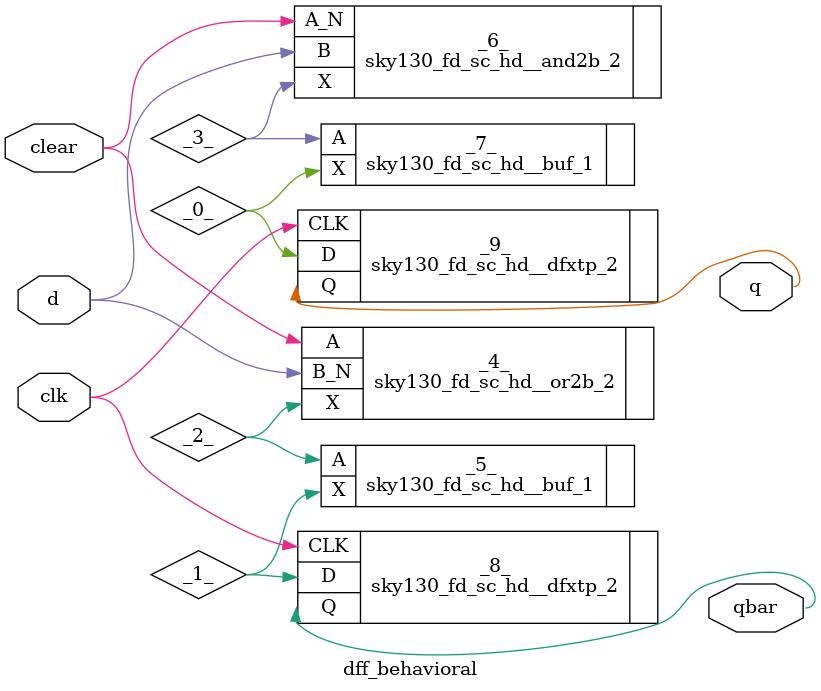
<source format=v>
/* Generated by Yosys 0.38 (git sha1 543faed9c8c, clang++ 17.0.6 -fPIC -Os) */

module dff_behavioral(d, clk, clear, q, qbar);
  wire _0_;
  wire _1_;
  wire _2_;
  wire _3_;
  input clear;
  wire clear;
  input clk;
  wire clk;
  input d;
  wire d;
  output q;
  wire q;
  output qbar;
  wire qbar;
  sky130_fd_sc_hd__or2b_2 _4_ (
    .A(clear),
    .B_N(d),
    .X(_2_)
  );
  sky130_fd_sc_hd__buf_1 _5_ (
    .A(_2_),
    .X(_1_)
  );
  sky130_fd_sc_hd__and2b_2 _6_ (
    .A_N(clear),
    .B(d),
    .X(_3_)
  );
  sky130_fd_sc_hd__buf_1 _7_ (
    .A(_3_),
    .X(_0_)
  );
  sky130_fd_sc_hd__dfxtp_2 _8_ (
    .CLK(clk),
    .D(_1_),
    .Q(qbar)
  );
  sky130_fd_sc_hd__dfxtp_2 _9_ (
    .CLK(clk),
    .D(_0_),
    .Q(q)
  );
endmodule

</source>
